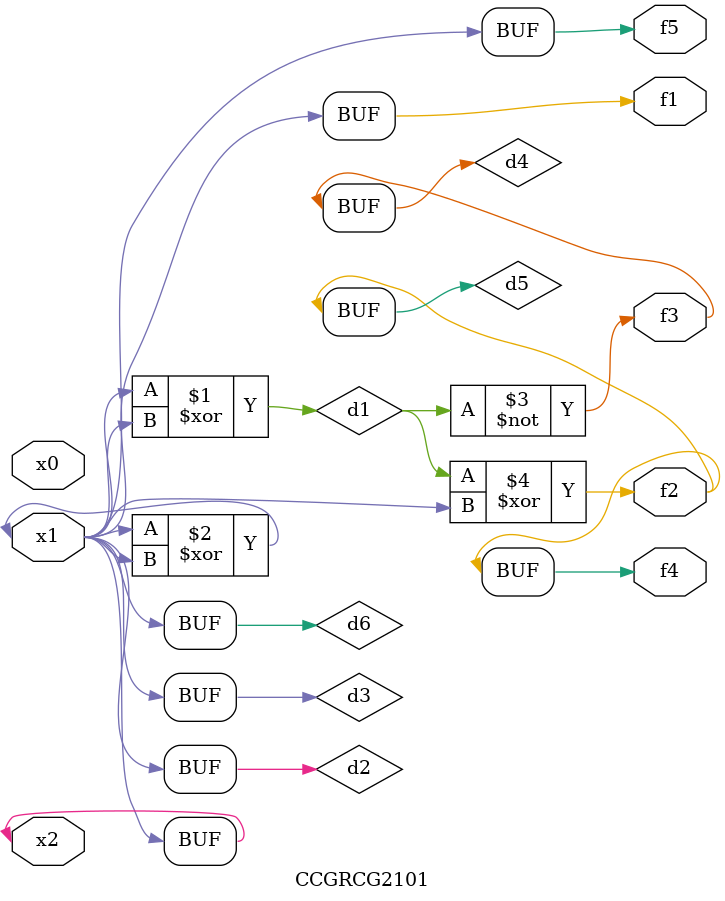
<source format=v>
module CCGRCG2101(
	input x0, x1, x2,
	output f1, f2, f3, f4, f5
);

	wire d1, d2, d3, d4, d5, d6;

	xor (d1, x1, x2);
	buf (d2, x1, x2);
	xor (d3, x1, x2);
	nor (d4, d1);
	xor (d5, d1, d2);
	buf (d6, d2, d3);
	assign f1 = d6;
	assign f2 = d5;
	assign f3 = d4;
	assign f4 = d5;
	assign f5 = d6;
endmodule

</source>
